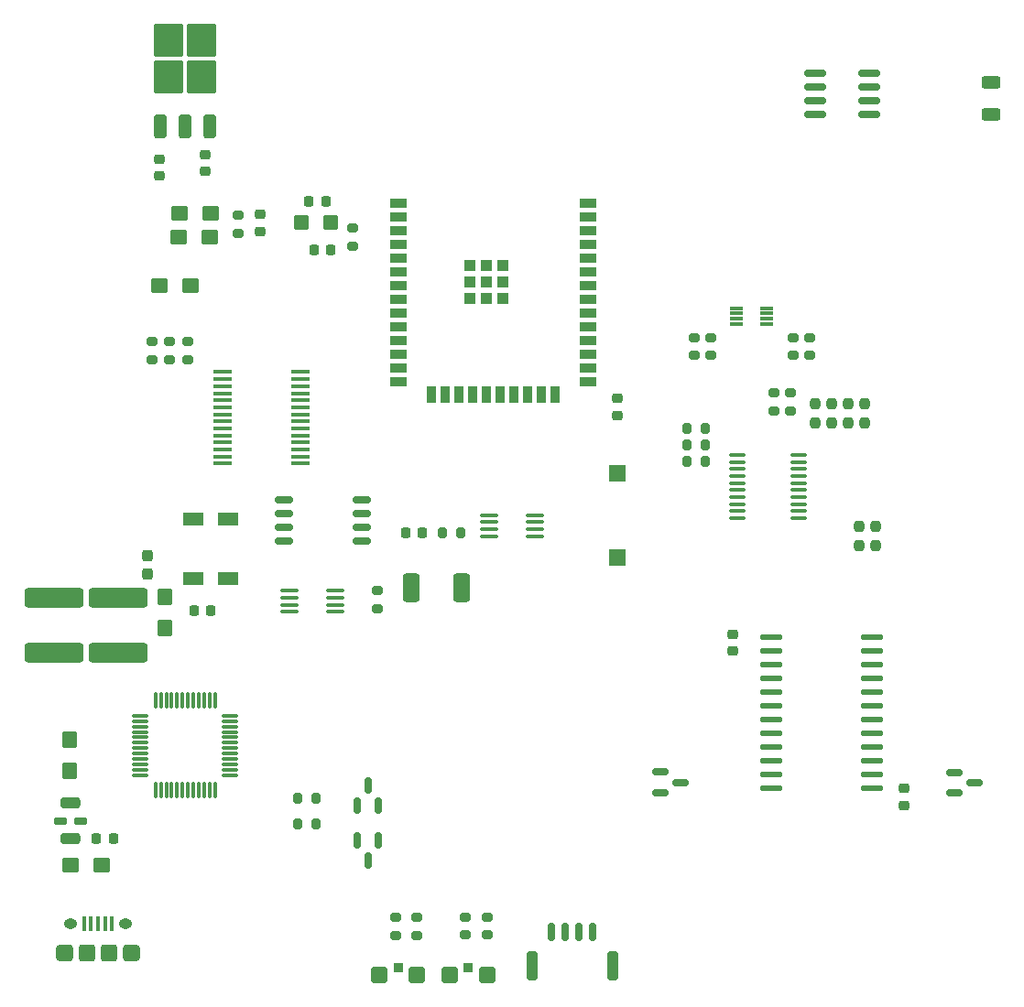
<source format=gtp>
%TF.GenerationSoftware,KiCad,Pcbnew,9.0.6-9.0.6~ubuntu25.04.1*%
%TF.CreationDate,2025-12-03T21:27:17+01:00*%
%TF.ProjectId,CPU,4350552e-6b69-4636-9164-5f7063625858,V0.4*%
%TF.SameCoordinates,Original*%
%TF.FileFunction,Paste,Top*%
%TF.FilePolarity,Positive*%
%FSLAX46Y46*%
G04 Gerber Fmt 4.6, Leading zero omitted, Abs format (unit mm)*
G04 Created by KiCad (PCBNEW 9.0.6-9.0.6~ubuntu25.04.1) date 2025-12-03 21:27:17*
%MOMM*%
%LPD*%
G01*
G04 APERTURE LIST*
G04 Aperture macros list*
%AMRoundRect*
0 Rectangle with rounded corners*
0 $1 Rounding radius*
0 $2 $3 $4 $5 $6 $7 $8 $9 X,Y pos of 4 corners*
0 Add a 4 corners polygon primitive as box body*
4,1,4,$2,$3,$4,$5,$6,$7,$8,$9,$2,$3,0*
0 Add four circle primitives for the rounded corners*
1,1,$1+$1,$2,$3*
1,1,$1+$1,$4,$5*
1,1,$1+$1,$6,$7*
1,1,$1+$1,$8,$9*
0 Add four rect primitives between the rounded corners*
20,1,$1+$1,$2,$3,$4,$5,0*
20,1,$1+$1,$4,$5,$6,$7,0*
20,1,$1+$1,$6,$7,$8,$9,0*
20,1,$1+$1,$8,$9,$2,$3,0*%
G04 Aperture macros list end*
%ADD10RoundRect,0.225000X-0.250000X0.225000X-0.250000X-0.225000X0.250000X-0.225000X0.250000X0.225000X0*%
%ADD11R,1.900000X1.300000*%
%ADD12RoundRect,0.200000X0.275000X-0.200000X0.275000X0.200000X-0.275000X0.200000X-0.275000X-0.200000X0*%
%ADD13RoundRect,0.250000X0.457500X0.445000X-0.457500X0.445000X-0.457500X-0.445000X0.457500X-0.445000X0*%
%ADD14RoundRect,0.200000X-0.200000X-0.275000X0.200000X-0.275000X0.200000X0.275000X-0.200000X0.275000X0*%
%ADD15RoundRect,0.225000X0.250000X-0.225000X0.250000X0.225000X-0.250000X0.225000X-0.250000X-0.225000X0*%
%ADD16RoundRect,0.250000X0.500000X0.500000X-0.500000X0.500000X-0.500000X-0.500000X0.500000X-0.500000X0*%
%ADD17RoundRect,0.225000X0.225000X0.225000X-0.225000X0.225000X-0.225000X-0.225000X0.225000X-0.225000X0*%
%ADD18RoundRect,0.249999X-0.512501X-1.075001X0.512501X-1.075001X0.512501X1.075001X-0.512501X1.075001X0*%
%ADD19RoundRect,0.250000X0.445000X-0.545000X0.445000X0.545000X-0.445000X0.545000X-0.445000X-0.545000X0*%
%ADD20RoundRect,0.100000X-0.637500X-0.100000X0.637500X-0.100000X0.637500X0.100000X-0.637500X0.100000X0*%
%ADD21RoundRect,0.250000X-0.545000X-0.445000X0.545000X-0.445000X0.545000X0.445000X-0.545000X0.445000X0*%
%ADD22R,1.500000X0.900000*%
%ADD23R,0.900000X1.500000*%
%ADD24R,1.050000X1.050000*%
%ADD25RoundRect,0.218750X0.218750X0.256250X-0.218750X0.256250X-0.218750X-0.256250X0.218750X-0.256250X0*%
%ADD26RoundRect,0.237500X0.237500X-0.250000X0.237500X0.250000X-0.237500X0.250000X-0.237500X-0.250000X0*%
%ADD27RoundRect,0.250000X1.125000X-1.275000X1.125000X1.275000X-1.125000X1.275000X-1.125000X-1.275000X0*%
%ADD28RoundRect,0.250000X0.350000X-0.850000X0.350000X0.850000X-0.350000X0.850000X-0.350000X-0.850000X0*%
%ADD29RoundRect,0.200000X0.200000X0.275000X-0.200000X0.275000X-0.200000X-0.275000X0.200000X-0.275000X0*%
%ADD30RoundRect,0.250000X0.625000X-0.312500X0.625000X0.312500X-0.625000X0.312500X-0.625000X-0.312500X0*%
%ADD31RoundRect,0.237500X-0.237500X0.250000X-0.237500X-0.250000X0.237500X-0.250000X0.237500X0.250000X0*%
%ADD32RoundRect,0.100000X-0.712500X-0.100000X0.712500X-0.100000X0.712500X0.100000X-0.712500X0.100000X0*%
%ADD33RoundRect,0.162500X-0.650000X-0.162500X0.650000X-0.162500X0.650000X0.162500X-0.650000X0.162500X0*%
%ADD34RoundRect,0.237500X0.237500X-0.300000X0.237500X0.300000X-0.237500X0.300000X-0.237500X-0.300000X0*%
%ADD35O,0.890000X1.550000*%
%ADD36O,1.250000X0.950000*%
%ADD37RoundRect,0.100000X-0.100000X-0.575000X0.100000X-0.575000X0.100000X0.575000X-0.100000X0.575000X0*%
%ADD38RoundRect,0.250000X-0.475000X-0.525000X0.475000X-0.525000X0.475000X0.525000X-0.475000X0.525000X0*%
%ADD39RoundRect,0.250000X-0.500000X-0.525000X0.500000X-0.525000X0.500000X0.525000X-0.500000X0.525000X0*%
%ADD40RoundRect,0.225000X0.225000X0.250000X-0.225000X0.250000X-0.225000X-0.250000X0.225000X-0.250000X0*%
%ADD41RoundRect,0.137500X-0.862500X-0.137500X0.862500X-0.137500X0.862500X0.137500X-0.862500X0.137500X0*%
%ADD42RoundRect,0.150000X-0.587500X-0.150000X0.587500X-0.150000X0.587500X0.150000X-0.587500X0.150000X0*%
%ADD43RoundRect,0.200000X-0.275000X0.200000X-0.275000X-0.200000X0.275000X-0.200000X0.275000X0.200000X0*%
%ADD44R,1.500000X1.500000*%
%ADD45RoundRect,0.218750X0.256250X-0.218750X0.256250X0.218750X-0.256250X0.218750X-0.256250X-0.218750X0*%
%ADD46RoundRect,0.150000X0.150000X-0.587500X0.150000X0.587500X-0.150000X0.587500X-0.150000X-0.587500X0*%
%ADD47RoundRect,0.225000X-0.225000X-0.250000X0.225000X-0.250000X0.225000X0.250000X-0.225000X0.250000X0*%
%ADD48R,1.750000X0.450000*%
%ADD49RoundRect,0.150000X-0.825000X-0.150000X0.825000X-0.150000X0.825000X0.150000X-0.825000X0.150000X0*%
%ADD50RoundRect,0.250000X-0.445000X0.545000X-0.445000X-0.545000X0.445000X-0.545000X0.445000X0.545000X0*%
%ADD51RoundRect,0.150000X-0.150000X-0.700000X0.150000X-0.700000X0.150000X0.700000X-0.150000X0.700000X0*%
%ADD52RoundRect,0.250000X-0.250000X-1.100000X0.250000X-1.100000X0.250000X1.100000X-0.250000X1.100000X0*%
%ADD53RoundRect,0.250000X-2.450000X0.650000X-2.450000X-0.650000X2.450000X-0.650000X2.450000X0.650000X0*%
%ADD54RoundRect,0.075000X0.662500X0.075000X-0.662500X0.075000X-0.662500X-0.075000X0.662500X-0.075000X0*%
%ADD55RoundRect,0.075000X0.075000X0.662500X-0.075000X0.662500X-0.075000X-0.662500X0.075000X-0.662500X0*%
%ADD56RoundRect,0.249600X0.650400X-0.270400X0.650400X0.270400X-0.650400X0.270400X-0.650400X-0.270400X0*%
%ADD57RoundRect,0.152500X0.470000X-0.152500X0.470000X0.152500X-0.470000X0.152500X-0.470000X-0.152500X0*%
%ADD58RoundRect,0.087500X-0.537500X-0.087500X0.537500X-0.087500X0.537500X0.087500X-0.537500X0.087500X0*%
%ADD59RoundRect,0.150000X-0.150000X0.587500X-0.150000X-0.587500X0.150000X-0.587500X0.150000X0.587500X0*%
G04 APERTURE END LIST*
D10*
%TO.C,C601*%
X170544000Y-138945000D03*
X170544000Y-140495000D03*
%TD*%
D11*
%TO.C,Y201*%
X108076800Y-119513800D03*
X108076800Y-114013800D03*
X104876800Y-114013800D03*
X104876800Y-119513800D03*
%TD*%
D12*
%TO.C,R203*%
X151138000Y-98869000D03*
X151138000Y-97219000D03*
%TD*%
%TO.C,R219*%
X160028000Y-104012000D03*
X160028000Y-102362000D03*
%TD*%
D13*
%TO.C,C402*%
X117594000Y-86620000D03*
X114889000Y-86620000D03*
%TD*%
D14*
%TO.C,R415*%
X114550000Y-142200000D03*
X116200000Y-142200000D03*
%TD*%
D15*
%TO.C,C602*%
X154746000Y-126220000D03*
X154746000Y-124670000D03*
%TD*%
D16*
%TO.C,D404*%
X125544000Y-156170000D03*
X122044000Y-156170000D03*
D17*
X123794000Y-155520000D03*
%TD*%
D18*
%TO.C,D201*%
X124969000Y-120320000D03*
X129644000Y-120320000D03*
%TD*%
D19*
%TO.C,C408*%
X102209600Y-124045800D03*
X102209600Y-121165800D03*
%TD*%
D20*
%TO.C,U204*%
X155133500Y-108073000D03*
X155133500Y-108723000D03*
X155133500Y-109373000D03*
X155133500Y-110023000D03*
X155133500Y-110673000D03*
X155133500Y-111323000D03*
X155133500Y-111973000D03*
X155133500Y-112623000D03*
X155133500Y-113273000D03*
X155133500Y-113923000D03*
X160858500Y-113923000D03*
X160858500Y-113273000D03*
X160858500Y-112623000D03*
X160858500Y-111973000D03*
X160858500Y-111323000D03*
X160858500Y-110673000D03*
X160858500Y-110023000D03*
X160858500Y-109373000D03*
X160858500Y-108723000D03*
X160858500Y-108073000D03*
%TD*%
D14*
%TO.C,R416*%
X114550000Y-139850000D03*
X116200000Y-139850000D03*
%TD*%
D10*
%TO.C,C302*%
X105926000Y-80302000D03*
X105926000Y-81852000D03*
%TD*%
D21*
%TO.C,C306*%
X93513000Y-146024600D03*
X96393000Y-146024600D03*
%TD*%
D12*
%TO.C,R220*%
X158504000Y-104012000D03*
X158504000Y-102362000D03*
%TD*%
%TO.C,R401*%
X119594000Y-88770000D03*
X119594000Y-87120000D03*
%TD*%
D22*
%TO.C,U401*%
X123844000Y-84770000D03*
X123844000Y-86040000D03*
X123844000Y-87310000D03*
X123844000Y-88580000D03*
X123844000Y-89850000D03*
X123844000Y-91120000D03*
X123844000Y-92390000D03*
X123844000Y-93660000D03*
X123844000Y-94930000D03*
X123844000Y-96200000D03*
X123844000Y-97470000D03*
X123844000Y-98740000D03*
X123844000Y-100010000D03*
X123844000Y-101280000D03*
D23*
X126884000Y-102530000D03*
X128154000Y-102530000D03*
X129424000Y-102530000D03*
X130694000Y-102530000D03*
X131964000Y-102530000D03*
X133234000Y-102530000D03*
X134504000Y-102530000D03*
X135774000Y-102530000D03*
X137044000Y-102530000D03*
X138314000Y-102530000D03*
D22*
X141344000Y-101280000D03*
X141344000Y-100010000D03*
X141344000Y-98740000D03*
X141344000Y-97470000D03*
X141344000Y-96200000D03*
X141344000Y-94930000D03*
X141344000Y-93660000D03*
X141344000Y-92390000D03*
X141344000Y-91120000D03*
X141344000Y-89850000D03*
X141344000Y-88580000D03*
X141344000Y-87310000D03*
X141344000Y-86040000D03*
X141344000Y-84770000D03*
D24*
X130389000Y-90585000D03*
X130389000Y-92110000D03*
X130389000Y-93635000D03*
X131914000Y-90585000D03*
X131914000Y-92110000D03*
X131914000Y-93635000D03*
X133439000Y-90585000D03*
X133439000Y-92110000D03*
X133439000Y-93635000D03*
%TD*%
D25*
%TO.C,D202*%
X126043000Y-115316000D03*
X124468000Y-115316000D03*
%TD*%
D26*
%TO.C,R217*%
X167902000Y-116482500D03*
X167902000Y-114657500D03*
%TD*%
D12*
%TO.C,R411*%
X130032500Y-152467000D03*
X130032500Y-150817000D03*
%TD*%
D14*
%TO.C,R204*%
X127898000Y-115316000D03*
X129548000Y-115316000D03*
%TD*%
D27*
%TO.C,U301*%
X102591500Y-73095000D03*
X105641500Y-73095000D03*
X102591500Y-69745000D03*
X105641500Y-69745000D03*
D28*
X101836500Y-77720000D03*
X104116500Y-77720000D03*
X106396500Y-77720000D03*
%TD*%
D12*
%TO.C,R301*%
X109006000Y-87577000D03*
X109006000Y-85927000D03*
%TD*%
D29*
%TO.C,R214*%
X152154000Y-105664000D03*
X150504000Y-105664000D03*
%TD*%
D30*
%TO.C,R410*%
X178570000Y-76585000D03*
X178570000Y-73660000D03*
%TD*%
D16*
%TO.C,D403*%
X132044000Y-156157500D03*
X128544000Y-156157500D03*
D17*
X130294000Y-155507500D03*
%TD*%
D31*
%TO.C,R209*%
X163838000Y-103331000D03*
X163838000Y-105156000D03*
%TD*%
D32*
%TO.C,U201*%
X132231500Y-113645000D03*
X132231500Y-114295000D03*
X132231500Y-114945000D03*
X132231500Y-115595000D03*
X136456500Y-115595000D03*
X136456500Y-114945000D03*
X136456500Y-114295000D03*
X136456500Y-113645000D03*
%TD*%
D33*
%TO.C,U207*%
X113256500Y-112215000D03*
X113256500Y-113485000D03*
X113256500Y-114755000D03*
X113256500Y-116025000D03*
X120431500Y-116025000D03*
X120431500Y-114755000D03*
X120431500Y-113485000D03*
X120431500Y-112215000D03*
%TD*%
D29*
%TO.C,R218*%
X152154000Y-108712000D03*
X150504000Y-108712000D03*
%TD*%
%TO.C,R216*%
X152154000Y-107188000D03*
X150504000Y-107188000D03*
%TD*%
D12*
%TO.C,R413*%
X123544000Y-152495000D03*
X123544000Y-150845000D03*
%TD*%
D31*
%TO.C,R211*%
X165362000Y-103331000D03*
X165362000Y-105156000D03*
%TD*%
D21*
%TO.C,C301*%
X103564000Y-85720000D03*
X106444000Y-85720000D03*
%TD*%
D34*
%TO.C,C410*%
X100660200Y-119098400D03*
X100660200Y-117373400D03*
%TD*%
D12*
%TO.C,R412*%
X132044000Y-152482500D03*
X132044000Y-150832500D03*
%TD*%
D35*
%TO.C,J101*%
X92552000Y-154109400D03*
D36*
X93552000Y-151409400D03*
X98552000Y-151409400D03*
D35*
X99552000Y-154109400D03*
D37*
X94752000Y-151409400D03*
X95402000Y-151409400D03*
X96052000Y-151409400D03*
X96702000Y-151409400D03*
X97352000Y-151409400D03*
D38*
X93027000Y-154109400D03*
D39*
X95052000Y-154109400D03*
X97052000Y-154109400D03*
D38*
X99077000Y-154109400D03*
%TD*%
D10*
%TO.C,C404*%
X144026000Y-102857000D03*
X144026000Y-104407000D03*
%TD*%
D40*
%TO.C,C401*%
X117594000Y-89120000D03*
X116044000Y-89120000D03*
%TD*%
D32*
%TO.C,U203*%
X113731500Y-120645000D03*
X113731500Y-121295000D03*
X113731500Y-121945000D03*
X113731500Y-122595000D03*
X117956500Y-122595000D03*
X117956500Y-121945000D03*
X117956500Y-121295000D03*
X117956500Y-120645000D03*
%TD*%
D41*
%TO.C,U601*%
X158317500Y-124924000D03*
X158317500Y-126194000D03*
X158317500Y-127464000D03*
X158317500Y-128734000D03*
X158317500Y-130004000D03*
X158317500Y-131274000D03*
X158317500Y-132544000D03*
X158317500Y-133814000D03*
X158317500Y-135084000D03*
X158317500Y-136354000D03*
X158317500Y-137624000D03*
X158317500Y-138894000D03*
X167617500Y-138894000D03*
X167617500Y-137624000D03*
X167617500Y-136354000D03*
X167617500Y-135084000D03*
X167617500Y-133814000D03*
X167617500Y-132544000D03*
X167617500Y-131274000D03*
X167617500Y-130004000D03*
X167617500Y-128734000D03*
X167617500Y-127464000D03*
X167617500Y-126194000D03*
X167617500Y-124924000D03*
%TD*%
D42*
%TO.C,Q602*%
X148006500Y-137420000D03*
X148006500Y-139320000D03*
X149881500Y-138370000D03*
%TD*%
%TO.C,Q601*%
X175223000Y-137436000D03*
X175223000Y-139336000D03*
X177098000Y-138386000D03*
%TD*%
D12*
%TO.C,R206*%
X160282000Y-98869000D03*
X160282000Y-97219000D03*
%TD*%
D40*
%TO.C,C403*%
X117094000Y-84620000D03*
X115544000Y-84620000D03*
%TD*%
D43*
%TO.C,R201*%
X121894000Y-120645000D03*
X121894000Y-122295000D03*
%TD*%
D44*
%TO.C,SW101*%
X144026000Y-117602000D03*
X144026000Y-109802000D03*
%TD*%
D45*
%TO.C,D301*%
X111006000Y-87427000D03*
X111006000Y-85852000D03*
%TD*%
D12*
%TO.C,R210*%
X102674000Y-99247000D03*
X102674000Y-97597000D03*
%TD*%
D26*
%TO.C,R215*%
X166378000Y-116482500D03*
X166378000Y-114657500D03*
%TD*%
D46*
%TO.C,Q401*%
X120050000Y-140550000D03*
X121950000Y-140550000D03*
X121000000Y-138675000D03*
%TD*%
D12*
%TO.C,R212*%
X104325000Y-99247000D03*
X104325000Y-97597000D03*
%TD*%
D47*
%TO.C,C203*%
X104952800Y-122478800D03*
X106502800Y-122478800D03*
%TD*%
D31*
%TO.C,R208*%
X162314000Y-103331000D03*
X162314000Y-105156000D03*
%TD*%
D48*
%TO.C,U205*%
X114783000Y-108870000D03*
X114783000Y-108220000D03*
X114783000Y-107570000D03*
X114783000Y-106920000D03*
X114783000Y-106270000D03*
X114783000Y-105620000D03*
X114783000Y-104970000D03*
X114783000Y-104320000D03*
X114783000Y-103670000D03*
X114783000Y-103020000D03*
X114783000Y-102370000D03*
X114783000Y-101720000D03*
X114783000Y-101070000D03*
X114783000Y-100420000D03*
X107583000Y-100420000D03*
X107583000Y-101070000D03*
X107583000Y-101720000D03*
X107583000Y-102370000D03*
X107583000Y-103020000D03*
X107583000Y-103670000D03*
X107583000Y-104320000D03*
X107583000Y-104970000D03*
X107583000Y-105620000D03*
X107583000Y-106270000D03*
X107583000Y-106920000D03*
X107583000Y-107570000D03*
X107583000Y-108220000D03*
X107583000Y-108870000D03*
%TD*%
D21*
%TO.C,C304*%
X101764000Y-92420000D03*
X104644000Y-92420000D03*
%TD*%
D49*
%TO.C,U403*%
X162379000Y-72771000D03*
X162379000Y-74041000D03*
X162379000Y-75311000D03*
X162379000Y-76581000D03*
X167329000Y-76581000D03*
X167329000Y-75311000D03*
X167329000Y-74041000D03*
X167329000Y-72771000D03*
%TD*%
D50*
%TO.C,C409*%
X93446600Y-134424600D03*
X93446600Y-137304600D03*
%TD*%
D51*
%TO.C,J102*%
X137994000Y-152170000D03*
X139244000Y-152170000D03*
X140494000Y-152170000D03*
X141744000Y-152170000D03*
D52*
X136144000Y-155370000D03*
X143594000Y-155370000D03*
%TD*%
D53*
%TO.C,L401*%
X97942400Y-121275000D03*
X97942400Y-126375000D03*
%TD*%
D54*
%TO.C,U402*%
X108273100Y-137697950D03*
X108273100Y-137197950D03*
X108273100Y-136697950D03*
X108273100Y-136197950D03*
X108273100Y-135697950D03*
X108273100Y-135197950D03*
X108273100Y-134697950D03*
X108273100Y-134197950D03*
X108273100Y-133697950D03*
X108273100Y-133197950D03*
X108273100Y-132697950D03*
X108273100Y-132197950D03*
D55*
X106860600Y-130785450D03*
X106360600Y-130785450D03*
X105860600Y-130785450D03*
X105360600Y-130785450D03*
X104860600Y-130785450D03*
X104360600Y-130785450D03*
X103860600Y-130785450D03*
X103360600Y-130785450D03*
X102860600Y-130785450D03*
X102360600Y-130785450D03*
X101860600Y-130785450D03*
X101360600Y-130785450D03*
D54*
X99948100Y-132197950D03*
X99948100Y-132697950D03*
X99948100Y-133197950D03*
X99948100Y-133697950D03*
X99948100Y-134197950D03*
X99948100Y-134697950D03*
X99948100Y-135197950D03*
X99948100Y-135697950D03*
X99948100Y-136197950D03*
X99948100Y-136697950D03*
X99948100Y-137197950D03*
X99948100Y-137697950D03*
D55*
X101360600Y-139110450D03*
X101860600Y-139110450D03*
X102360600Y-139110450D03*
X102860600Y-139110450D03*
X103360600Y-139110450D03*
X103860600Y-139110450D03*
X104360600Y-139110450D03*
X104860600Y-139110450D03*
X105360600Y-139110450D03*
X105860600Y-139110450D03*
X106360600Y-139110450D03*
X106860600Y-139110450D03*
%TD*%
D56*
%TO.C,FL301*%
X93509700Y-143534800D03*
D57*
X94437200Y-141909800D03*
D56*
X93509700Y-140284800D03*
D57*
X92582200Y-141909800D03*
%TD*%
D58*
%TO.C,U202*%
X155072000Y-94500000D03*
X155072000Y-95000000D03*
X155072000Y-95500000D03*
X155072000Y-96000000D03*
X157872000Y-96000000D03*
X157872000Y-95500000D03*
X157872000Y-95000000D03*
X157872000Y-94500000D03*
%TD*%
D12*
%TO.C,R207*%
X101023000Y-99247000D03*
X101023000Y-97597000D03*
%TD*%
%TO.C,R414*%
X125544000Y-152495000D03*
X125544000Y-150845000D03*
%TD*%
D21*
%TO.C,C305*%
X103514000Y-87920000D03*
X106394000Y-87920000D03*
%TD*%
D31*
%TO.C,R213*%
X166886000Y-103331000D03*
X166886000Y-105156000D03*
%TD*%
D47*
%TO.C,C307*%
X95909800Y-143560800D03*
X97459800Y-143560800D03*
%TD*%
D12*
%TO.C,R202*%
X152662000Y-98869000D03*
X152662000Y-97219000D03*
%TD*%
D59*
%TO.C,Q402*%
X121950000Y-143750000D03*
X120050000Y-143750000D03*
X121000000Y-145625000D03*
%TD*%
D12*
%TO.C,R205*%
X161806000Y-98869000D03*
X161806000Y-97219000D03*
%TD*%
D53*
%TO.C,L402*%
X91948000Y-121275000D03*
X91948000Y-126375000D03*
%TD*%
D15*
%TO.C,C303*%
X101744000Y-82270000D03*
X101744000Y-80720000D03*
%TD*%
M02*

</source>
